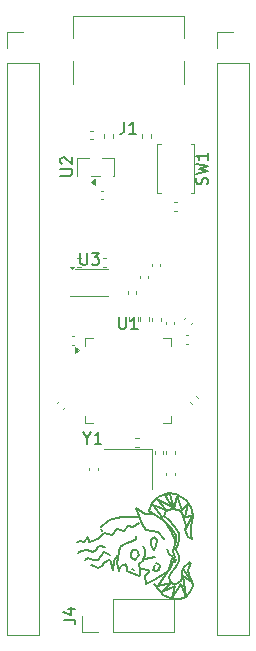
<source format=gbr>
%TF.GenerationSoftware,KiCad,Pcbnew,9.0.6*%
%TF.CreationDate,2026-01-31T02:41:39+05:30*%
%TF.ProjectId,BYH_devboard,4259485f-6465-4766-926f-6172642e6b69,rev?*%
%TF.SameCoordinates,Original*%
%TF.FileFunction,Legend,Top*%
%TF.FilePolarity,Positive*%
%FSLAX46Y46*%
G04 Gerber Fmt 4.6, Leading zero omitted, Abs format (unit mm)*
G04 Created by KiCad (PCBNEW 9.0.6) date 2026-01-31 02:41:39*
%MOMM*%
%LPD*%
G01*
G04 APERTURE LIST*
%ADD10C,0.150000*%
%ADD11C,0.120000*%
G04 APERTURE END LIST*
D10*
X149238095Y-98624819D02*
X149238095Y-99434342D01*
X149238095Y-99434342D02*
X149285714Y-99529580D01*
X149285714Y-99529580D02*
X149333333Y-99577200D01*
X149333333Y-99577200D02*
X149428571Y-99624819D01*
X149428571Y-99624819D02*
X149619047Y-99624819D01*
X149619047Y-99624819D02*
X149714285Y-99577200D01*
X149714285Y-99577200D02*
X149761904Y-99529580D01*
X149761904Y-99529580D02*
X149809523Y-99434342D01*
X149809523Y-99434342D02*
X149809523Y-98624819D01*
X150809523Y-99624819D02*
X150238095Y-99624819D01*
X150523809Y-99624819D02*
X150523809Y-98624819D01*
X150523809Y-98624819D02*
X150428571Y-98767676D01*
X150428571Y-98767676D02*
X150333333Y-98862914D01*
X150333333Y-98862914D02*
X150238095Y-98910533D01*
X145963095Y-93184819D02*
X145963095Y-93994342D01*
X145963095Y-93994342D02*
X146010714Y-94089580D01*
X146010714Y-94089580D02*
X146058333Y-94137200D01*
X146058333Y-94137200D02*
X146153571Y-94184819D01*
X146153571Y-94184819D02*
X146344047Y-94184819D01*
X146344047Y-94184819D02*
X146439285Y-94137200D01*
X146439285Y-94137200D02*
X146486904Y-94089580D01*
X146486904Y-94089580D02*
X146534523Y-93994342D01*
X146534523Y-93994342D02*
X146534523Y-93184819D01*
X146915476Y-93184819D02*
X147534523Y-93184819D01*
X147534523Y-93184819D02*
X147201190Y-93565771D01*
X147201190Y-93565771D02*
X147344047Y-93565771D01*
X147344047Y-93565771D02*
X147439285Y-93613390D01*
X147439285Y-93613390D02*
X147486904Y-93661009D01*
X147486904Y-93661009D02*
X147534523Y-93756247D01*
X147534523Y-93756247D02*
X147534523Y-93994342D01*
X147534523Y-93994342D02*
X147486904Y-94089580D01*
X147486904Y-94089580D02*
X147439285Y-94137200D01*
X147439285Y-94137200D02*
X147344047Y-94184819D01*
X147344047Y-94184819D02*
X147058333Y-94184819D01*
X147058333Y-94184819D02*
X146963095Y-94137200D01*
X146963095Y-94137200D02*
X146915476Y-94089580D01*
X156707199Y-87373331D02*
X156754818Y-87230474D01*
X156754818Y-87230474D02*
X156754818Y-86992379D01*
X156754818Y-86992379D02*
X156707199Y-86897141D01*
X156707199Y-86897141D02*
X156659579Y-86849522D01*
X156659579Y-86849522D02*
X156564341Y-86801903D01*
X156564341Y-86801903D02*
X156469103Y-86801903D01*
X156469103Y-86801903D02*
X156373865Y-86849522D01*
X156373865Y-86849522D02*
X156326246Y-86897141D01*
X156326246Y-86897141D02*
X156278627Y-86992379D01*
X156278627Y-86992379D02*
X156231008Y-87182855D01*
X156231008Y-87182855D02*
X156183389Y-87278093D01*
X156183389Y-87278093D02*
X156135770Y-87325712D01*
X156135770Y-87325712D02*
X156040532Y-87373331D01*
X156040532Y-87373331D02*
X155945294Y-87373331D01*
X155945294Y-87373331D02*
X155850056Y-87325712D01*
X155850056Y-87325712D02*
X155802437Y-87278093D01*
X155802437Y-87278093D02*
X155754818Y-87182855D01*
X155754818Y-87182855D02*
X155754818Y-86944760D01*
X155754818Y-86944760D02*
X155802437Y-86801903D01*
X155754818Y-86468569D02*
X156754818Y-86230474D01*
X156754818Y-86230474D02*
X156040532Y-86039998D01*
X156040532Y-86039998D02*
X156754818Y-85849522D01*
X156754818Y-85849522D02*
X155754818Y-85611427D01*
X156754818Y-84706665D02*
X156754818Y-85278093D01*
X156754818Y-84992379D02*
X155754818Y-84992379D01*
X155754818Y-84992379D02*
X155897675Y-85087617D01*
X155897675Y-85087617D02*
X155992913Y-85182855D01*
X155992913Y-85182855D02*
X156040532Y-85278093D01*
X146553809Y-108868628D02*
X146553809Y-109344819D01*
X146220476Y-108344819D02*
X146553809Y-108868628D01*
X146553809Y-108868628D02*
X146887142Y-108344819D01*
X147744285Y-109344819D02*
X147172857Y-109344819D01*
X147458571Y-109344819D02*
X147458571Y-108344819D01*
X147458571Y-108344819D02*
X147363333Y-108487676D01*
X147363333Y-108487676D02*
X147268095Y-108582914D01*
X147268095Y-108582914D02*
X147172857Y-108630533D01*
X144534810Y-124223332D02*
X145249095Y-124223332D01*
X145249095Y-124223332D02*
X145391952Y-124270951D01*
X145391952Y-124270951D02*
X145487191Y-124366189D01*
X145487191Y-124366189D02*
X145534810Y-124509046D01*
X145534810Y-124509046D02*
X145534810Y-124604284D01*
X144868143Y-123318570D02*
X145534810Y-123318570D01*
X144487191Y-123556665D02*
X145201476Y-123794760D01*
X145201476Y-123794760D02*
X145201476Y-123175713D01*
X149666662Y-82099821D02*
X149666662Y-82814106D01*
X149666662Y-82814106D02*
X149619043Y-82956963D01*
X149619043Y-82956963D02*
X149523805Y-83052202D01*
X149523805Y-83052202D02*
X149380948Y-83099821D01*
X149380948Y-83099821D02*
X149285710Y-83099821D01*
X150666662Y-83099821D02*
X150095234Y-83099821D01*
X150380948Y-83099821D02*
X150380948Y-82099821D01*
X150380948Y-82099821D02*
X150285710Y-82242678D01*
X150285710Y-82242678D02*
X150190472Y-82337916D01*
X150190472Y-82337916D02*
X150095234Y-82385535D01*
X144264816Y-86629402D02*
X145074339Y-86629402D01*
X145074339Y-86629402D02*
X145169577Y-86581783D01*
X145169577Y-86581783D02*
X145217197Y-86534164D01*
X145217197Y-86534164D02*
X145264816Y-86438926D01*
X145264816Y-86438926D02*
X145264816Y-86248450D01*
X145264816Y-86248450D02*
X145217197Y-86153212D01*
X145217197Y-86153212D02*
X145169577Y-86105593D01*
X145169577Y-86105593D02*
X145074339Y-86057974D01*
X145074339Y-86057974D02*
X144264816Y-86057974D01*
X144360054Y-85629402D02*
X144312435Y-85581783D01*
X144312435Y-85581783D02*
X144264816Y-85486545D01*
X144264816Y-85486545D02*
X144264816Y-85248450D01*
X144264816Y-85248450D02*
X144312435Y-85153212D01*
X144312435Y-85153212D02*
X144360054Y-85105593D01*
X144360054Y-85105593D02*
X144455292Y-85057974D01*
X144455292Y-85057974D02*
X144550530Y-85057974D01*
X144550530Y-85057974D02*
X144693387Y-85105593D01*
X144693387Y-85105593D02*
X145264816Y-85677021D01*
X145264816Y-85677021D02*
X145264816Y-85057974D01*
%TO.C,REF\u002A\u002A*%
X153391001Y-113520200D02*
X152489299Y-113819920D01*
X153540859Y-113571001D02*
X153888840Y-114868941D01*
X154089501Y-113619260D02*
X153391001Y-113520200D01*
X153088741Y-113670061D02*
X153540859Y-113571001D01*
X154140300Y-113720860D02*
X154539079Y-114970541D01*
X152489299Y-113819920D02*
X151988920Y-114371099D01*
X152441040Y-114020579D02*
X153738979Y-114719080D01*
X154889600Y-114068839D02*
X154089501Y-113619260D01*
X151988920Y-114371099D02*
X151740002Y-115018800D01*
X155039459Y-114470160D02*
X154790541Y-115519179D01*
X152090521Y-114520958D02*
X153241139Y-114970539D01*
X155290920Y-114670819D02*
X154889600Y-114068839D01*
X153738979Y-114719080D02*
X153088741Y-113670061D01*
X150640181Y-114769878D02*
X151188821Y-116169419D01*
X153690720Y-114820680D02*
X154340960Y-114919739D01*
X153888840Y-114868941D02*
X154140300Y-113720860D01*
X154340960Y-114919739D02*
X154589880Y-115219462D01*
X154539079Y-114970541D02*
X155039459Y-114470160D01*
X153241139Y-114970539D02*
X152441040Y-114020579D01*
X155440782Y-115018801D02*
X155290920Y-114670819D01*
X153190339Y-115018801D02*
X153690720Y-114820680D01*
X151740002Y-115018800D02*
X152938880Y-115770639D01*
X154589880Y-115219462D02*
X154739738Y-115669040D01*
X151988917Y-115270262D02*
X151389479Y-115270260D01*
X151389479Y-115270260D02*
X150640181Y-114769878D01*
X155489040Y-115420120D02*
X155440782Y-115018801D01*
X155440779Y-115470921D02*
X154940399Y-116570740D01*
X153040479Y-115470922D02*
X153190339Y-115018801D01*
X154790541Y-115519179D02*
X155440779Y-115470921D01*
X152890620Y-115519178D02*
X152090521Y-114520958D01*
X150391260Y-115519181D02*
X150889100Y-115519180D01*
X149890880Y-115519180D02*
X150391260Y-115519181D01*
X149489560Y-115569981D02*
X149890880Y-115519180D01*
X149090780Y-115620780D02*
X149489560Y-115569981D01*
X154739738Y-115669040D02*
X154889600Y-116319280D01*
X148689460Y-115719841D02*
X149090780Y-115620780D01*
X152938880Y-115770639D02*
X153589121Y-116469139D01*
X148389738Y-115770641D02*
X148689460Y-115719841D01*
X153439259Y-115818901D02*
X153040479Y-115470922D01*
X148140819Y-116019558D02*
X148389738Y-115770641D01*
X150889101Y-116070362D02*
X150439520Y-116370080D01*
X151188821Y-116169419D02*
X151539339Y-116669801D01*
X147940161Y-116169419D02*
X148140819Y-116019558D01*
X153289400Y-116220219D02*
X153589120Y-116720602D01*
X153888840Y-116271020D02*
X153439259Y-115818901D01*
X149989939Y-116271021D02*
X149690219Y-116720600D01*
X154889600Y-116319280D02*
X154838799Y-116669799D01*
X155339180Y-116370080D02*
X155489040Y-115420120D01*
X150439520Y-116370080D02*
X149989939Y-116271021D01*
X147739502Y-116420878D02*
X147940161Y-116169419D01*
X153589121Y-116469139D02*
X154041240Y-117071118D01*
X149039978Y-116519939D02*
X148641199Y-117071122D01*
X147739500Y-116519940D02*
X147790301Y-116720601D01*
X154838799Y-116669799D02*
X155090261Y-117220978D01*
X151539339Y-116669801D02*
X152489300Y-116819662D01*
X153589120Y-116720602D02*
X153939641Y-117469901D01*
X149690219Y-116720600D02*
X149039978Y-116519939D01*
X152489300Y-116819662D02*
X153040481Y-117419099D01*
X154290161Y-116870461D02*
X153888840Y-116271020D01*
X147940157Y-116870459D02*
X147490582Y-117419100D01*
X155290920Y-117020321D02*
X155339180Y-116370080D01*
X154041240Y-117071118D02*
X154089500Y-117619760D01*
X148641199Y-117071122D02*
X147940157Y-116870459D01*
X155090261Y-117220978D02*
X155440779Y-117419100D01*
X152189581Y-117269239D02*
X151940658Y-117469898D01*
X146588882Y-117269240D02*
X146240903Y-117619760D01*
X154340962Y-117370839D02*
X154290161Y-116870461D01*
X147388980Y-117370840D02*
X146990198Y-117568959D01*
X155440779Y-117419100D02*
X155290920Y-117020321D01*
X150640181Y-117419100D02*
X150690982Y-117119379D01*
X153939641Y-117469901D02*
X153939640Y-117820420D01*
X151940658Y-117469898D02*
X151940658Y-117871221D01*
X152441041Y-117520698D02*
X152189581Y-117269239D01*
X150391259Y-117568962D02*
X150640181Y-117419100D01*
X146990198Y-117568959D02*
X146690480Y-117670562D01*
X145941180Y-117568959D02*
X145788780Y-117619760D01*
X154089500Y-117619760D02*
X153888840Y-118069339D01*
X146240903Y-117619760D02*
X145941180Y-117568959D01*
X146690480Y-117670562D02*
X146588882Y-117269240D01*
X145740519Y-117670559D02*
X145638922Y-117619759D01*
X149890876Y-117718820D02*
X150391259Y-117568962D01*
X154239360Y-117871221D02*
X154340962Y-117370839D01*
X151940658Y-117871221D02*
X152138779Y-118269998D01*
X149540362Y-117919478D02*
X149890876Y-117718820D01*
X152339439Y-117970280D02*
X152441041Y-117520698D01*
X147640440Y-117970278D02*
X147439780Y-118069340D01*
X153888840Y-118069339D02*
X153789779Y-118470661D01*
X149339701Y-118069340D02*
X149540362Y-117919478D01*
X147439780Y-118069340D02*
X147239120Y-118320798D01*
X148039219Y-118120138D02*
X147640440Y-117970278D01*
X154089500Y-118170938D02*
X154239360Y-117871221D01*
X151341220Y-118170939D02*
X151290419Y-117970282D01*
X153289399Y-118270001D02*
X153439259Y-118668780D01*
X152189579Y-118320802D02*
X152339439Y-117970280D01*
X150790038Y-118320800D02*
X150391258Y-118369060D01*
X147239120Y-118320798D02*
X147041001Y-118470659D01*
X154041238Y-118369059D02*
X154089500Y-118170938D01*
X151440279Y-118369062D02*
X151341220Y-118170939D01*
X150391258Y-118369060D02*
X150238860Y-118620519D01*
X146540620Y-118369060D02*
X145989441Y-118419861D01*
X146738740Y-118419860D02*
X146540620Y-118369060D01*
X145989441Y-118419861D02*
X145788779Y-118620520D01*
X153789779Y-118470661D02*
X153939641Y-118920243D01*
X147041001Y-118470659D02*
X146738740Y-118419860D01*
X151440281Y-118518921D02*
X151440279Y-118369062D01*
X149189842Y-118518921D02*
X149339701Y-118069340D01*
X147990958Y-118518922D02*
X147691239Y-118821180D01*
X150238860Y-118620519D02*
X150238862Y-118920240D01*
X153439259Y-118668780D02*
X153789779Y-118920239D01*
X150939899Y-118719581D02*
X150790038Y-118320800D01*
X148440540Y-118719578D02*
X147990958Y-118518922D01*
X151440279Y-118821179D02*
X151440281Y-118518921D01*
X147691239Y-118821180D02*
X147490580Y-119219960D01*
X154290161Y-118869443D02*
X154041238Y-118369059D01*
X149090779Y-118869440D02*
X148839321Y-119270760D01*
X153939641Y-118920243D02*
X153840580Y-119369820D01*
X152291179Y-118920241D02*
X151839057Y-118971040D01*
X150238862Y-118920240D02*
X150340459Y-119019302D01*
X151839057Y-118971040D02*
X151440282Y-119120899D01*
X153738979Y-119019301D02*
X153540859Y-119669541D01*
X150340459Y-119019302D02*
X150589381Y-119169159D01*
X149139039Y-119019300D02*
X149189842Y-118518921D01*
X146639680Y-119019301D02*
X146390761Y-119169161D01*
X154041241Y-119120901D02*
X153990441Y-119369820D01*
X151440282Y-119120899D02*
X151290420Y-119219960D01*
X151290420Y-119120901D02*
X151440279Y-118821179D01*
X150589381Y-119169159D02*
X150939899Y-118719581D01*
X147041002Y-119169161D02*
X146639680Y-119019301D01*
X148389739Y-119219961D02*
X148189081Y-119270761D01*
X147490580Y-119219960D02*
X147041002Y-119169161D01*
X154290159Y-119270762D02*
X154290161Y-118869443D01*
X151239620Y-119270761D02*
X151089761Y-119369820D01*
X148839321Y-119270760D02*
X148839318Y-119519679D01*
X148539601Y-119270761D02*
X148389739Y-119219961D01*
X148189081Y-119270761D02*
X147990964Y-119468879D01*
X155240119Y-119369819D02*
X154640681Y-119819398D01*
X153840580Y-119369820D02*
X153540859Y-119969258D01*
X151089761Y-119369820D02*
X150939902Y-119519679D01*
X155339179Y-119420620D02*
X155090260Y-120020059D01*
X152339440Y-119468880D02*
X152689960Y-119618740D01*
X149090781Y-119468877D02*
X149139039Y-119019300D01*
X147990964Y-119468879D02*
X147790299Y-119720341D01*
X150939902Y-119519679D02*
X150939901Y-119669540D01*
X149789279Y-119519679D02*
X149438760Y-119669540D01*
X148791061Y-119519680D02*
X148689461Y-119771139D01*
X154140297Y-119570479D02*
X154290159Y-119270762D01*
X146840340Y-119570480D02*
X146840339Y-119618739D01*
X152689960Y-119618740D02*
X152590900Y-120020058D01*
X153540859Y-119669541D02*
X153340200Y-120070860D01*
X150939901Y-119669540D02*
X151038961Y-119870201D01*
X149438760Y-119669540D02*
X149240640Y-120020062D01*
X147790299Y-119720341D02*
X147439781Y-119819400D01*
X147140063Y-119720340D02*
X146840340Y-119570480D01*
X148689461Y-119771139D02*
X148689459Y-120020058D01*
X154640681Y-119819398D02*
X154539079Y-120169920D01*
X153939642Y-119819399D02*
X154140297Y-119570479D01*
X148641202Y-119819399D02*
X148539601Y-119270761D01*
X147439781Y-119819400D02*
X147140063Y-119720340D01*
X151038961Y-119870201D02*
X151038960Y-120070860D01*
X149890880Y-119920999D02*
X149789279Y-119519679D01*
X153540859Y-119969258D02*
X153289399Y-120169921D01*
X155090260Y-120020059D02*
X155189321Y-120469639D01*
X152590900Y-120020058D02*
X152390239Y-120119123D01*
X152138782Y-120020061D02*
X152240380Y-119570479D01*
X151739999Y-120020059D02*
X151089761Y-119969261D01*
X151038962Y-120020059D02*
X151038962Y-120418839D01*
X150490320Y-120020061D02*
X150340462Y-119920999D01*
X148689459Y-120020058D02*
X148641202Y-119819399D01*
X153340200Y-120070860D02*
X152489300Y-121368801D01*
X149890879Y-120070861D02*
X149890880Y-119920999D01*
X149189841Y-120070859D02*
X149090781Y-119468877D01*
X152390239Y-120119123D02*
X152138782Y-120020061D01*
X154539079Y-120169920D02*
X154539079Y-120619498D01*
X153289399Y-120169921D02*
X152189578Y-120870961D01*
X153639921Y-120268981D02*
X153939642Y-119819399D01*
X151038962Y-120418839D02*
X150889099Y-120571241D01*
X155189321Y-120469639D02*
X155440779Y-120970019D01*
X154688940Y-120571241D02*
X155389979Y-121069080D01*
X151440280Y-120571242D02*
X151839061Y-120119120D01*
X150889099Y-120571241D02*
X149890879Y-120070861D01*
X154539079Y-120619498D02*
X154490820Y-120970019D01*
X153490059Y-120619498D02*
X153639921Y-120268981D01*
X152189578Y-120870961D02*
X151539338Y-121170680D01*
X153540859Y-120919219D02*
X153490059Y-120619498D01*
X155440779Y-120970019D02*
X155489041Y-121419599D01*
X154490820Y-120970019D02*
X154089502Y-121170680D01*
X155389979Y-121069080D02*
X154688940Y-119921001D01*
X153589120Y-121119878D02*
X152890621Y-121869181D01*
X154440019Y-121170680D02*
X154889599Y-122318761D01*
X154089502Y-121170680D02*
X153789778Y-121218942D01*
X151539338Y-121170680D02*
X151440280Y-120571242D01*
X153789778Y-121218942D02*
X153540859Y-120919219D01*
X152489300Y-121368801D02*
X153589120Y-121119878D01*
X155489041Y-121419599D02*
X155240124Y-121869181D01*
X153990441Y-121419598D02*
X153738982Y-122420360D01*
X152590901Y-121719321D02*
X152189579Y-121170682D01*
X155240124Y-121869181D02*
X154940400Y-122318759D01*
X152890621Y-121869181D02*
X153990441Y-121419598D01*
X152989682Y-122168898D02*
X152590901Y-121719321D01*
X154940400Y-122318759D02*
X154389222Y-122519420D01*
X154889599Y-122318761D02*
X154688940Y-120571241D01*
X153738982Y-122420360D02*
X154440019Y-121170680D01*
X153540861Y-122420361D02*
X152989682Y-122168898D01*
X154389222Y-122519420D02*
X153939639Y-122519419D01*
X153939639Y-122519419D02*
X153540861Y-122420361D01*
D11*
%TO.C,C16*%
X153210003Y-111802159D02*
X153210003Y-112017832D01*
X153929997Y-111802168D02*
X153929997Y-112017841D01*
%TO.C,C9*%
X153230001Y-109962158D02*
X153230001Y-110177831D01*
X153949995Y-109962167D02*
X153949995Y-110177840D01*
%TO.C,U1*%
X146390000Y-100390000D02*
X147040000Y-100390000D01*
X146390000Y-101040000D02*
X146390000Y-100390000D01*
X146390000Y-107610000D02*
X146390000Y-106960000D01*
X147040000Y-107610000D02*
X146390000Y-107610000D01*
X152960000Y-100390000D02*
X153610000Y-100390000D01*
X153610000Y-100390000D02*
X153610000Y-101040000D01*
X153610000Y-106960000D02*
X153610000Y-107610000D01*
X153610000Y-107610000D02*
X152960000Y-107610000D01*
X145860000Y-101400000D02*
X145530000Y-101640000D01*
X145530000Y-101160000D01*
X145860000Y-101400000D01*
G36*
X145860000Y-101400000D02*
G01*
X145530000Y-101640000D01*
X145530000Y-101160000D01*
X145860000Y-101400000D01*
G37*
%TO.C,R5*%
X150923641Y-108869996D02*
X150616357Y-108870003D01*
X150923643Y-109629997D02*
X150616359Y-109630004D01*
%TO.C,C17*%
X154766379Y-98738905D02*
X154905011Y-98573690D01*
X155317915Y-99201708D02*
X155456547Y-99036493D01*
%TO.C,R6*%
X154173641Y-89650004D02*
X153866357Y-89649997D01*
X154173643Y-88890003D02*
X153866359Y-88889996D01*
%TO.C,R4*%
X151020002Y-98903642D02*
X151019998Y-98596360D01*
X151780002Y-98903640D02*
X151779998Y-98596358D01*
%TO.C,C12*%
X145437832Y-100949999D02*
X145222160Y-100949999D01*
X145437840Y-100230001D02*
X145222168Y-100230001D01*
%TO.C,R7*%
X145706359Y-93580000D02*
X146013641Y-93580000D01*
X145706359Y-94340000D02*
X146013641Y-94340000D01*
%TO.C,R1*%
X151160002Y-83116358D02*
X151159998Y-83423640D01*
X151920002Y-83116360D02*
X151919998Y-83423642D01*
%TO.C,C10*%
X149950001Y-96637835D02*
X149950000Y-96422162D01*
X150670000Y-96637838D02*
X150669999Y-96422165D01*
%TO.C,C14*%
X147907832Y-88629999D02*
X147692160Y-88629999D01*
X147907840Y-87910001D02*
X147692168Y-87910001D01*
%TO.C,U3*%
X145539432Y-94545000D02*
X148335000Y-94545000D01*
X148335000Y-96815000D02*
X145115000Y-96815000D01*
X145245000Y-94540000D02*
X145105000Y-94350000D01*
X145385000Y-94350000D01*
X145245000Y-94540000D01*
G36*
X145245000Y-94540000D02*
G01*
X145105000Y-94350000D01*
X145385000Y-94350000D01*
X145245000Y-94540000D01*
G37*
%TO.C,C3*%
X155279779Y-105828897D02*
X155432283Y-105981401D01*
X155788895Y-105319779D02*
X155941399Y-105472283D01*
%TO.C,C5*%
X148087832Y-93609999D02*
X147872160Y-93609999D01*
X148087840Y-94329997D02*
X147872168Y-94329997D01*
%TO.C,SW1*%
X152480000Y-83970001D02*
X152780001Y-83970002D01*
X152480001Y-88110001D02*
X152480000Y-83970001D01*
X152779998Y-88110001D02*
X152480001Y-88110001D01*
X155320002Y-83969999D02*
X155619999Y-83969999D01*
X155619999Y-83969999D02*
X155620000Y-88109999D01*
X155620000Y-88109999D02*
X155319999Y-88109998D01*
%TO.C,C15*%
X146700003Y-111362159D02*
X146700003Y-111577832D01*
X147419997Y-111362168D02*
X147419997Y-111577841D01*
%TO.C,J2*%
X139730000Y-74490000D02*
X141110000Y-74490000D01*
X139730000Y-75870000D02*
X139730000Y-74490000D01*
X139730000Y-77140000D02*
X139730000Y-125510000D01*
X139730000Y-77140000D02*
X142490000Y-77140000D01*
X139730000Y-125510000D02*
X142490000Y-125510000D01*
X142490000Y-77140000D02*
X142490000Y-125510000D01*
%TO.C,Y1*%
X152059998Y-113209997D02*
X152060004Y-109790002D01*
X152060004Y-109790002D02*
X147940002Y-109790003D01*
%TO.C,J3*%
X157510000Y-74490000D02*
X158890000Y-74490000D01*
X157510000Y-75870000D02*
X157510000Y-74490000D01*
X157510000Y-77140000D02*
X157510000Y-125510000D01*
X157510000Y-77140000D02*
X160270000Y-77140000D01*
X157510000Y-125510000D02*
X160270000Y-125510000D01*
X160270000Y-77140000D02*
X160270000Y-125510000D01*
%TO.C,J4*%
X146080000Y-125269998D02*
X146080004Y-123889996D01*
X147459996Y-125269996D02*
X146080000Y-125269998D01*
X148729994Y-122510003D02*
X153920000Y-122510000D01*
X148730002Y-125270004D02*
X148729994Y-122510003D01*
X148730002Y-125270004D02*
X153920000Y-125270000D01*
X153920000Y-125270000D02*
X153920000Y-122510000D01*
%TO.C,C13*%
X146987832Y-83549999D02*
X146772160Y-83549999D01*
X146987840Y-82830001D02*
X146772168Y-82830001D01*
%TO.C,J1*%
X145299999Y-78900001D02*
X145300001Y-76900001D01*
X145300001Y-75000002D02*
X145300003Y-73099997D01*
X154700000Y-78899998D02*
X154700000Y-76900000D01*
X154700001Y-73100002D02*
X145300003Y-73099997D01*
X154700002Y-74999999D02*
X154700001Y-73100002D01*
%TO.C,C11*%
X152060002Y-98937835D02*
X152060001Y-98722162D01*
X152780001Y-98937838D02*
X152780000Y-98722165D01*
%TO.C,R3*%
X150080002Y-98903642D02*
X150079998Y-98596360D01*
X150840002Y-98903640D02*
X150839998Y-98596358D01*
%TO.C,C1*%
X153170007Y-99237836D02*
X153170006Y-99022164D01*
X153889992Y-99237842D02*
X153889991Y-99022170D01*
%TO.C,C8*%
X150970003Y-95327835D02*
X150970002Y-95112160D01*
X151690002Y-95327840D02*
X151690001Y-95112165D01*
%TO.C,C4*%
X152250000Y-109982165D02*
X152249999Y-110197838D01*
X152969999Y-109982162D02*
X152969998Y-110197835D01*
%TO.C,C6*%
X144151692Y-105709188D02*
X143999194Y-105861691D01*
X144660806Y-106218309D02*
X144508308Y-106370812D01*
%TO.C,C7*%
X152010002Y-94307835D02*
X152010001Y-94092162D01*
X152730001Y-94307838D02*
X152730000Y-94092165D01*
%TO.C,U2*%
X145649998Y-85107492D02*
X146650002Y-85107493D01*
X145650008Y-86627493D02*
X145649998Y-85107492D01*
X145700004Y-86627494D02*
X145650008Y-86627493D01*
X147599995Y-86627494D02*
X146820003Y-86627501D01*
X147770002Y-85107500D02*
X148769994Y-85107499D01*
X148769994Y-85107499D02*
X148770004Y-86627500D01*
X148770004Y-86627500D02*
X148720000Y-86627490D01*
X147160007Y-87407490D02*
X146829995Y-87167497D01*
X147160001Y-86927496D01*
X147160007Y-87407490D01*
G36*
X147160007Y-87407490D02*
G01*
X146829995Y-87167497D01*
X147160001Y-86927496D01*
X147160007Y-87407490D01*
G37*
%TO.C,C2*%
X154882163Y-100850000D02*
X155097836Y-100850000D01*
X154882164Y-100130000D02*
X155097837Y-100130000D01*
%TO.C,R2*%
X147970002Y-83126358D02*
X147969998Y-83433640D01*
X148730002Y-83126360D02*
X148729998Y-83433642D01*
%TD*%
M02*

</source>
